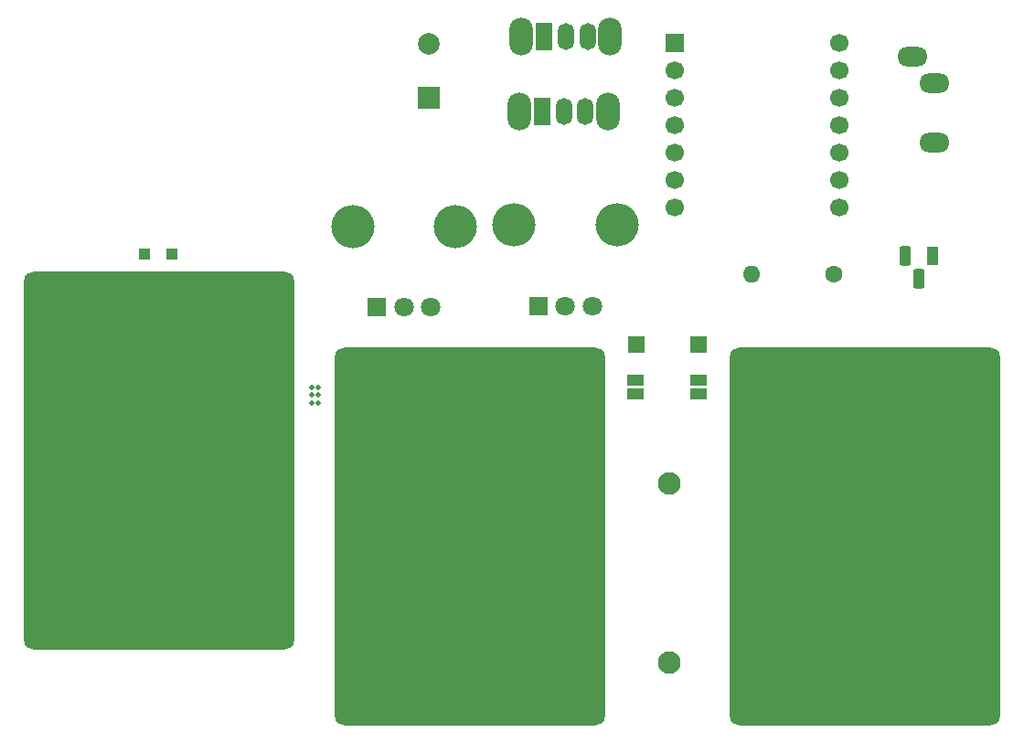
<source format=gbr>
%TF.GenerationSoftware,KiCad,Pcbnew,8.0.5*%
%TF.CreationDate,2025-07-03T02:12:51-07:00*%
%TF.ProjectId,Penguin_Paddle,50656e67-7569-46e5-9f50-6164646c652e, 4*%
%TF.SameCoordinates,Original*%
%TF.FileFunction,Soldermask,Top*%
%TF.FilePolarity,Negative*%
%FSLAX46Y46*%
G04 Gerber Fmt 4.6, Leading zero omitted, Abs format (unit mm)*
G04 Created by KiCad (PCBNEW 8.0.5) date 2025-07-03 02:12:51*
%MOMM*%
%LPD*%
G01*
G04 APERTURE LIST*
G04 Aperture macros list*
%AMRoundRect*
0 Rectangle with rounded corners*
0 $1 Rounding radius*
0 $2 $3 $4 $5 $6 $7 $8 $9 X,Y pos of 4 corners*
0 Add a 4 corners polygon primitive as box body*
4,1,4,$2,$3,$4,$5,$6,$7,$8,$9,$2,$3,0*
0 Add four circle primitives for the rounded corners*
1,1,$1+$1,$2,$3*
1,1,$1+$1,$4,$5*
1,1,$1+$1,$6,$7*
1,1,$1+$1,$8,$9*
0 Add four rect primitives between the rounded corners*
20,1,$1+$1,$2,$3,$4,$5,0*
20,1,$1+$1,$4,$5,$6,$7,0*
20,1,$1+$1,$6,$7,$8,$9,0*
20,1,$1+$1,$8,$9,$2,$3,0*%
G04 Aperture macros list end*
%ADD10RoundRect,0.833333X-11.666667X-16.666667X11.666667X-16.666667X11.666667X16.666667X-11.666667X16.666667X0*%
%ADD11RoundRect,0.250000X-0.550000X-0.550000X0.550000X-0.550000X0.550000X0.550000X-0.550000X0.550000X0*%
%ADD12R,1.100000X1.800000*%
%ADD13RoundRect,0.275000X0.275000X0.625000X-0.275000X0.625000X-0.275000X-0.625000X0.275000X-0.625000X0*%
%ADD14C,2.100000*%
%ADD15O,4.000000X4.000000*%
%ADD16R,1.800000X1.800000*%
%ADD17C,1.800000*%
%ADD18R,1.500000X1.000000*%
%ADD19R,1.000000X1.000000*%
%ADD20R,1.700000X1.700000*%
%ADD21C,1.700000*%
%ADD22O,2.800000X1.800000*%
%ADD23C,0.500000*%
%ADD24R,2.000000X2.000000*%
%ADD25C,2.000000*%
%ADD26C,1.600000*%
%ADD27O,1.600000X1.600000*%
%ADD28O,2.200000X3.500000*%
%ADD29R,1.500000X2.500000*%
%ADD30O,1.500000X2.500000*%
G04 APERTURE END LIST*
D10*
%TO.C,TP1*%
X242560000Y-131190000D03*
%TD*%
%TO.C,TP2*%
X205970000Y-131215000D03*
%TD*%
D11*
%TO.C,J3*%
X221410000Y-113480000D03*
%TD*%
D12*
%TO.C,Q1*%
X248870000Y-105260000D03*
D13*
X247600000Y-107330000D03*
X246330000Y-105260000D03*
%TD*%
D10*
%TO.C,TP2*%
X177230000Y-124205000D03*
%TD*%
D14*
%TO.C,REF\u002A\u002A*%
X224480000Y-142880000D03*
%TD*%
D15*
%TO.C,RV2*%
X195140000Y-102485000D03*
X204640000Y-102485000D03*
D16*
X197390000Y-109985000D03*
D17*
X199890000Y-109985000D03*
X202390000Y-109985000D03*
%TD*%
D15*
%TO.C,RV1*%
X210080000Y-102355000D03*
X219580000Y-102355000D03*
D16*
X212330000Y-109855000D03*
D17*
X214830000Y-109855000D03*
X217330000Y-109855000D03*
%TD*%
D18*
%TO.C,JP1*%
X221290000Y-116740000D03*
X221290000Y-118040000D03*
%TD*%
D19*
%TO.C,REF\u002A\u002A*%
X175890000Y-105040000D03*
%TD*%
D14*
%TO.C,REF\u002A\u002A*%
X224480000Y-126280000D03*
%TD*%
D20*
%TO.C,U1*%
X224980000Y-85480000D03*
D21*
X224980000Y-88020000D03*
X224980000Y-90560000D03*
X224980000Y-93100000D03*
X224980000Y-95640000D03*
X224980000Y-98180000D03*
X224980000Y-100720000D03*
X240230000Y-100720000D03*
X240230000Y-98180000D03*
X240230000Y-95640000D03*
X240230000Y-93100000D03*
X240230000Y-90560000D03*
X240230000Y-88020000D03*
X240230000Y-85480000D03*
%TD*%
D18*
%TO.C,JP2*%
X227180000Y-116750000D03*
X227180000Y-118050000D03*
%TD*%
D11*
%TO.C,J1*%
X227170000Y-113460000D03*
%TD*%
D22*
%TO.C,J2*%
X248960000Y-94700000D03*
X246960000Y-86800000D03*
X248960000Y-89200000D03*
%TD*%
D23*
%TO.C,mouse-bite-1mm-3mm*%
X191320000Y-118820000D03*
X191920000Y-118820000D03*
X191320000Y-118110000D03*
X191920000Y-118110000D03*
X191920000Y-117410000D03*
X191320000Y-117400000D03*
%TD*%
D24*
%TO.C,LS1*%
X202170000Y-90580000D03*
D25*
X202170000Y-85580000D03*
%TD*%
D26*
%TO.C,R1*%
X239650000Y-106960000D03*
D27*
X232030000Y-106960000D03*
%TD*%
D28*
%TO.C,SW2*%
X210580000Y-91840000D03*
X218780000Y-91840000D03*
D29*
X212680000Y-91840000D03*
D30*
X214680000Y-91840000D03*
X216680000Y-91840000D03*
%TD*%
D28*
%TO.C,SW1*%
X210770000Y-84910000D03*
X218970000Y-84910000D03*
D29*
X212870000Y-84910000D03*
D30*
X214870000Y-84910000D03*
X216870000Y-84910000D03*
%TD*%
D19*
%TO.C,REF\u002A\u002A*%
X178380000Y-105060000D03*
%TD*%
M02*

</source>
